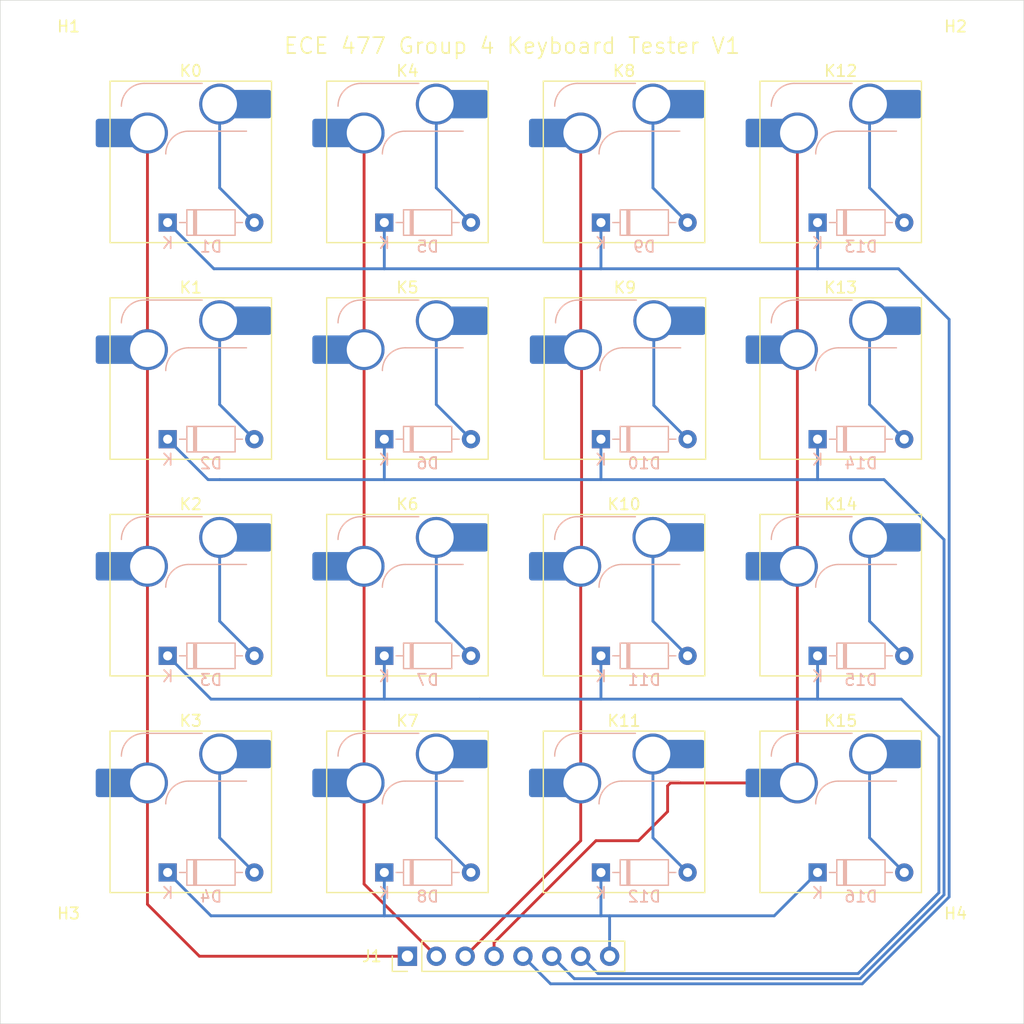
<source format=kicad_pcb>
(kicad_pcb (version 20211014) (generator pcbnew)
  (layers (0 "F.Cu" signal) (31 "B.Cu" signal) (34 "B.Paste" user) (35 "F.Paste" user) (36 "B.SilkS" user "B.Silkscreen") (37 "F.SilkS" user "F.Silkscreen") (38 "B.Mask" user) (39 "F.Mask" user) (44 "Edge.Cuts" user))
  (net 0 "")
  (net 1 "Net-(D1-Pad2)")
  (net 2 "/row0")
  (net 3 "Net-(D2-Pad2)")
  (net 4 "/row1")
  (net 5 "Net-(D3-Pad2)")
  (net 6 "/row2")
  (net 7 "Net-(D4-Pad2)")
  (net 8 "/row3")
  (net 9 "Net-(D5-Pad2)")
  (net 10 "Net-(D6-Pad2)")
  (net 11 "Net-(D7-Pad2)")
  (net 12 "Net-(D8-Pad2)")
  (net 13 "Net-(D9-Pad2)")
  (net 14 "Net-(D10-Pad2)")
  (net 15 "Net-(D11-Pad2)")
  (net 16 "Net-(D12-Pad2)")
  (net 17 "Net-(D13-Pad2)")
  (net 18 "Net-(D14-Pad2)")
  (net 19 "Net-(D15-Pad2)")
  (net 20 "Net-(D16-Pad2)")
  (net 21 "/col0")
  (net 22 "/col1")
  (net 23 "/col2")
  (net 24 "/col3")
  (footprint "6:SW_Hotswap_Kailh_MX_plated" (layer "F.Cu") (at 31.75 29.21)
    (fp_text reference "K0" (at 0 -8) (layer "F.SilkS"))
    (fp_text value "KEYSW")
    (pad "" np_thru_hole circle (at -5.08 0) (size 1.75 1.75) (drill 1.75) (layers *.Cu *.Mask))
    (pad "" np_thru_hole circle (at 5.08 0) (size 1.75 1.75) (drill 1.75) (layers *.Cu *.Mask))
    (pad "" np_thru_hole circle (at 0 0) (size 4 4) (drill 4) (layers *.Cu *.Mask))
    (pad "1" thru_hole circle (at -3.81 -2.54) (size 3.6 3.6) (drill 3.05) (layers *.Cu "B.Mask") (net 21 "/col0"))
    (pad "1" smd roundrect (at -6.585 -2.54) (size 3.55 2.5) (layers "B.Cu") (roundrect_rratio 0.1) (net 21 "/col0"))
    (pad "2" thru_hole circle (at 2.54 -5.08) (size 3.6 3.6) (drill 3.05) (layers *.Cu "B.Mask") (net 1 "Net-(D1-Pad2)"))
    (pad "2" smd roundrect (at 5.32 -5.08) (size 3.55 2.5) (layers "B.Cu") (roundrect_rratio 0.1) (net 1 "Net-(D1-Pad2)"))
  )
  (footprint "6:SW_Hotswap_Kailh_MX_plated" (layer "F.Cu") (at 31.75 48.26)
    (fp_text reference "K1" (at 0 -8) (layer "F.SilkS"))
    (fp_text value "KEYSW")
    (pad "" np_thru_hole circle (at 5.08 0) (size 1.75 1.75) (drill 1.75) (layers *.Cu *.Mask))
    (pad "" np_thru_hole circle (at 0 0) (size 4 4) (drill 4) (layers *.Cu *.Mask))
    (pad "" np_thru_hole circle (at -5.08 0) (size 1.75 1.75) (drill 1.75) (layers *.Cu *.Mask))
    (pad "1" thru_hole circle (at -3.81 -2.54) (size 3.6 3.6) (drill 3.05) (layers *.Cu "B.Mask") (net 21 "/col0"))
    (pad "1" smd roundrect (at -6.585 -2.54) (size 3.55 2.5) (layers "B.Cu") (roundrect_rratio 0.1) (net 21 "/col0"))
    (pad "2" smd roundrect (at 5.32 -5.08) (size 3.55 2.5) (layers "B.Cu") (roundrect_rratio 0.1) (net 3 "Net-(D2-Pad2)"))
    (pad "2" thru_hole circle (at 2.54 -5.08) (size 3.6 3.6) (drill 3.05) (layers *.Cu "B.Mask") (net 3 "Net-(D2-Pad2)"))
  )
  (footprint "6:SW_Hotswap_Kailh_MX_plated" (layer "F.Cu") (at 31.75 67.31)
    (fp_text reference "K2" (at 0 -8) (layer "F.SilkS"))
    (fp_text value "KEYSW")
    (pad "" np_thru_hole circle (at 5.08 0) (size 1.75 1.75) (drill 1.75) (layers *.Cu *.Mask))
    (pad "" np_thru_hole circle (at -5.08 0) (size 1.75 1.75) (drill 1.75) (layers *.Cu *.Mask))
    (pad "" np_thru_hole circle (at 0 0) (size 4 4) (drill 4) (layers *.Cu *.Mask))
    (pad "1" thru_hole circle (at -3.81 -2.54) (size 3.6 3.6) (drill 3.05) (layers *.Cu "B.Mask") (net 21 "/col0"))
    (pad "1" smd roundrect (at -6.585 -2.54) (size 3.55 2.5) (layers "B.Cu") (roundrect_rratio 0.1) (net 21 "/col0"))
    (pad "2" smd roundrect (at 5.32 -5.08) (size 3.55 2.5) (layers "B.Cu") (roundrect_rratio 0.1) (net 5 "Net-(D3-Pad2)"))
    (pad "2" thru_hole circle (at 2.54 -5.08) (size 3.6 3.6) (drill 3.05) (layers *.Cu "B.Mask") (net 5 "Net-(D3-Pad2)"))
  )
  (footprint "6:SW_Hotswap_Kailh_MX_plated" (layer "F.Cu") (at 31.75 86.36)
    (fp_text reference "K3" (at 0 -8) (layer "F.SilkS"))
    (fp_text value "KEYSW")
    (pad "" np_thru_hole circle (at 5.08 0) (size 1.75 1.75) (drill 1.75) (layers *.Cu *.Mask))
    (pad "" np_thru_hole circle (at -5.08 0) (size 1.75 1.75) (drill 1.75) (layers *.Cu *.Mask))
    (pad "" np_thru_hole circle (at 0 0) (size 4 4) (drill 4) (layers *.Cu *.Mask))
    (pad "1" smd roundrect (at -6.585 -2.54) (size 3.55 2.5) (layers "B.Cu") (roundrect_rratio 0.1) (net 21 "/col0"))
    (pad "1" thru_hole circle (at -3.81 -2.54) (size 3.6 3.6) (drill 3.05) (layers *.Cu "B.Mask") (net 21 "/col0"))
    (pad "2" smd roundrect (at 5.32 -5.08) (size 3.55 2.5) (layers "B.Cu") (roundrect_rratio 0.1) (net 7 "Net-(D4-Pad2)"))
    (pad "2" thru_hole circle (at 2.54 -5.08) (size 3.6 3.6) (drill 3.05) (layers *.Cu "B.Mask") (net 7 "Net-(D4-Pad2)"))
  )
  (footprint "6:SW_Hotswap_Kailh_MX_plated" (layer "F.Cu") (at 50.8 29.21)
    (fp_text reference "K4" (at 0 -8) (layer "F.SilkS"))
    (fp_text value "KEYSW")
    (pad "" np_thru_hole circle (at -5.08 0) (size 1.75 1.75) (drill 1.75) (layers *.Cu *.Mask))
    (pad "" np_thru_hole circle (at 0 0) (size 4 4) (drill 4) (layers *.Cu *.Mask))
    (pad "" np_thru_hole circle (at 5.08 0) (size 1.75 1.75) (drill 1.75) (layers *.Cu *.Mask))
    (pad "1" thru_hole circle (at -3.81 -2.54) (size 3.6 3.6) (drill 3.05) (layers *.Cu "B.Mask") (net 22 "/col1"))
    (pad "1" smd roundrect (at -6.585 -2.54) (size 3.55 2.5) (layers "B.Cu") (roundrect_rratio 0.1) (net 22 "/col1"))
    (pad "2" thru_hole circle (at 2.54 -5.08) (size 3.6 3.6) (drill 3.05) (layers *.Cu "B.Mask") (net 9 "Net-(D5-Pad2)"))
    (pad "2" smd roundrect (at 5.32 -5.08) (size 3.55 2.5) (layers "B.Cu") (roundrect_rratio 0.1) (net 9 "Net-(D5-Pad2)"))
  )
  (footprint "6:SW_Hotswap_Kailh_MX_plated" (layer "F.Cu") (at 50.8 48.26)
    (fp_text reference "K5" (at 0 -8) (layer "F.SilkS"))
    (fp_text value "KEYSW")
    (pad "" np_thru_hole circle (at -5.08 0) (size 1.75 1.75) (drill 1.75) (layers *.Cu *.Mask))
    (pad "" np_thru_hole circle (at 5.08 0) (size 1.75 1.75) (drill 1.75) (layers *.Cu *.Mask))
    (pad "" np_thru_hole circle (at 0 0) (size 4 4) (drill 4) (layers *.Cu *.Mask))
    (pad "1" thru_hole circle (at -3.81 -2.54) (size 3.6 3.6) (drill 3.05) (layers *.Cu "B.Mask") (net 22 "/col1"))
    (pad "1" smd roundrect (at -6.585 -2.54) (size 3.55 2.5) (layers "B.Cu") (roundrect_rratio 0.1) (net 22 "/col1"))
    (pad "2" thru_hole circle (at 2.54 -5.08) (size 3.6 3.6) (drill 3.05) (layers *.Cu "B.Mask") (net 10 "Net-(D6-Pad2)"))
    (pad "2" smd roundrect (at 5.32 -5.08) (size 3.55 2.5) (layers "B.Cu") (roundrect_rratio 0.1) (net 10 "Net-(D6-Pad2)"))
  )
  (footprint "6:SW_Hotswap_Kailh_MX_plated" (layer "F.Cu") (at 50.8 67.31)
    (fp_text reference "K6" (at 0 -8) (layer "F.SilkS"))
    (fp_text value "KEYSW")
    (pad "" np_thru_hole circle (at -5.08 0) (size 1.75 1.75) (drill 1.75) (layers *.Cu *.Mask))
    (pad "" np_thru_hole circle (at 0 0) (size 4 4) (drill 4) (layers *.Cu *.Mask))
    (pad "" np_thru_hole circle (at 5.08 0) (size 1.75 1.75) (drill 1.75) (layers *.Cu *.Mask))
    (pad "1" smd roundrect (at -6.585 -2.54) (size 3.55 2.5) (layers "B.Cu") (roundrect_rratio 0.1) (net 22 "/col1"))
    (pad "1" thru_hole circle (at -3.81 -2.54) (size 3.6 3.6) (drill 3.05) (layers *.Cu "B.Mask") (net 22 "/col1"))
    (pad "2" thru_hole circle (at 2.54 -5.08) (size 3.6 3.6) (drill 3.05) (layers *.Cu "B.Mask") (net 11 "Net-(D7-Pad2)"))
    (pad "2" smd roundrect (at 5.32 -5.08) (size 3.55 2.5) (layers "B.Cu") (roundrect_rratio 0.1) (net 11 "Net-(D7-Pad2)"))
  )
  (footprint "6:SW_Hotswap_Kailh_MX_plated" (layer "F.Cu") (at 50.8 86.36)
    (fp_text reference "K7" (at 0 -8) (layer "F.SilkS"))
    (fp_text value "KEYSW")
    (pad "" np_thru_hole circle (at 5.08 0) (size 1.75 1.75) (drill 1.75) (layers *.Cu *.Mask))
    (pad "" np_thru_hole circle (at -5.08 0) (size 1.75 1.75) (drill 1.75) (layers *.Cu *.Mask))
    (pad "" np_thru_hole circle (at 0 0) (size 4 4) (drill 4) (layers *.Cu *.Mask))
    (pad "1" thru_hole circle (at -3.81 -2.54) (size 3.6 3.6) (drill 3.05) (layers *.Cu "B.Mask") (net 22 "/col1"))
    (pad "1" smd roundrect (at -6.585 -2.54) (size 3.55 2.5) (layers "B.Cu") (roundrect_rratio 0.1) (net 22 "/col1"))
    (pad "2" smd roundrect (at 5.32 -5.08) (size 3.55 2.5) (layers "B.Cu") (roundrect_rratio 0.1) (net 12 "Net-(D8-Pad2)"))
    (pad "2" thru_hole circle (at 2.54 -5.08) (size 3.6 3.6) (drill 3.05) (layers *.Cu "B.Mask") (net 12 "Net-(D8-Pad2)"))
  )
  (footprint "6:SW_Hotswap_Kailh_MX_plated" (layer "F.Cu") (at 69.85 29.21)
    (fp_text reference "K8" (at 0 -8) (layer "F.SilkS"))
    (fp_text value "KEYSW")
    (pad "" np_thru_hole circle (at 5.08 0) (size 1.75 1.75) (drill 1.75) (layers *.Cu *.Mask))
    (pad "" np_thru_hole circle (at 0 0) (size 4 4) (drill 4) (layers *.Cu *.Mask))
    (pad "" np_thru_hole circle (at -5.08 0) (size 1.75 1.75) (drill 1.75) (layers *.Cu *.Mask))
    (pad "1" smd roundrect (at -6.585 -2.54) (size 3.55 2.5) (layers "B.Cu") (roundrect_rratio 0.1) (net 23 "/col2"))
    (pad "1" thru_hole circle (at -3.81 -2.54) (size 3.6 3.6) (drill 3.05) (layers *.Cu "B.Mask") (net 23 "/col2"))
    (pad "2" thru_hole circle (at 2.54 -5.08) (size 3.6 3.6) (drill 3.05) (layers *.Cu "B.Mask") (net 13 "Net-(D9-Pad2)"))
    (pad "2" smd roundrect (at 5.32 -5.08) (size 3.55 2.5) (layers "B.Cu") (roundrect_rratio 0.1) (net 13 "Net-(D9-Pad2)"))
  )
  (footprint "6:SW_Hotswap_Kailh_MX_plated" (layer "F.Cu") (at 69.925001 48.26)
    (fp_text reference "K9" (at 0 -8) (layer "F.SilkS"))
    (fp_text value "KEYSW")
    (pad "" np_thru_hole circle (at -5.08 0) (size 1.75 1.75) (drill 1.75) (layers *.Cu *.Mask))
    (pad "" np_thru_hole circle (at 0 0) (size 4 4) (drill 4) (layers *.Cu *.Mask))
    (pad "" np_thru_hole circle (at 5.08 0) (size 1.75 1.75) (drill 1.75) (layers *.Cu *.Mask))
    (pad "1" smd roundrect (at -6.585 -2.54) (size 3.55 2.5) (layers "B.Cu") (roundrect_rratio 0.1) (net 23 "/col2"))
    (pad "1" thru_hole circle (at -3.81 -2.54) (size 3.6 3.6) (drill 3.05) (layers *.Cu "B.Mask") (net 23 "/col2"))
    (pad "2" smd roundrect (at 5.32 -5.08) (size 3.55 2.5) (layers "B.Cu") (roundrect_rratio 0.1) (net 14 "Net-(D10-Pad2)"))
    (pad "2" thru_hole circle (at 2.54 -5.08) (size 3.6 3.6) (drill 3.05) (layers *.Cu "B.Mask") (net 14 "Net-(D10-Pad2)"))
  )
  (footprint "6:SW_Hotswap_Kailh_MX_plated" (layer "F.Cu") (at 69.85 67.31)
    (fp_text reference "K10" (at 0 -8) (layer "F.SilkS"))
    (fp_text value "KEYSW")
    (pad "" np_thru_hole circle (at 0 0) (size 4 4) (drill 4) (layers *.Cu *.Mask))
    (pad "" np_thru_hole circle (at -5.08 0) (size 1.75 1.75) (drill 1.75) (layers *.Cu *.Mask))
    (pad "" np_thru_hole circle (at 5.08 0) (size 1.75 1.75) (drill 1.75) (layers *.Cu *.Mask))
    (pad "1" thru_hole circle (at -3.81 -2.54) (size 3.6 3.6) (drill 3.05) (layers *.Cu "B.Mask") (net 23 "/col2"))
    (pad "1" smd roundrect (at -6.585 -2.54) (size 3.55 2.5) (layers "B.Cu") (roundrect_rratio 0.1) (net 23 "/col2"))
    (pad "2" smd roundrect (at 5.32 -5.08) (size 3.55 2.5) (layers "B.Cu") (roundrect_rratio 0.1) (net 15 "Net-(D11-Pad2)"))
    (pad "2" thru_hole circle (at 2.54 -5.08) (size 3.6 3.6) (drill 3.05) (layers *.Cu "B.Mask") (net 15 "Net-(D11-Pad2)"))
  )
  (footprint "6:SW_Hotswap_Kailh_MX_plated" (layer "F.Cu") (at 69.85 86.36)
    (fp_text reference "K11" (at 0 -8) (layer "F.SilkS"))
    (fp_text value "KEYSW")
    (pad "" np_thru_hole circle (at -5.08 0) (size 1.75 1.75) (drill 1.75) (layers *.Cu *.Mask))
    (pad "" np_thru_hole circle (at 0 0) (size 4 4) (drill 4) (layers *.Cu *.Mask))
    (pad "" np_thru_hole circle (at 5.08 0) (size 1.75 1.75) (drill 1.75) (layers *.Cu *.Mask))
    (pad "1" smd roundrect (at -6.585 -2.54) (size 3.55 2.5) (layers "B.Cu") (roundrect_rratio 0.1) (net 23 "/col2"))
    (pad "1" thru_hole circle (at -3.81 -2.54) (size 3.6 3.6) (drill 3.05) (layers *.Cu "B.Mask") (net 23 "/col2"))
    (pad "2" smd roundrect (at 5.32 -5.08) (size 3.55 2.5) (layers "B.Cu") (roundrect_rratio 0.1) (net 16 "Net-(D12-Pad2)"))
    (pad "2" thru_hole circle (at 2.54 -5.08) (size 3.6 3.6) (drill 3.05) (layers *.Cu "B.Mask") (net 16 "Net-(D12-Pad2)"))
  )
  (footprint "6:SW_Hotswap_Kailh_MX_plated" (layer "F.Cu") (at 88.9 29.21)
    (fp_text reference "K12" (at 0 -8) (layer "F.SilkS"))
    (fp_text value "KEYSW")
    (pad "" np_thru_hole circle (at 5.08 0) (size 1.75 1.75) (drill 1.75) (layers *.Cu *.Mask))
    (pad "" np_thru_hole circle (at 0 0) (size 4 4) (drill 4) (layers *.Cu *.Mask))
    (pad "" np_thru_hole circle (at -5.08 0) (size 1.75 1.75) (drill 1.75) (layers *.Cu *.Mask))
    (pad "1" smd roundrect (at -6.585 -2.54) (size 3.55 2.5) (layers "B.Cu") (roundrect_rratio 0.1) (net 24 "/col3"))
    (pad "1" thru_hole circle (at -3.81 -2.54) (size 3.6 3.6) (drill 3.05) (layers *.Cu "B.Mask") (net 24 "/col3"))
    (pad "2" smd roundrect (at 5.32 -5.08) (size 3.55 2.5) (layers "B.Cu") (roundrect_rratio 0.1) (net 17 "Net-(D13-Pad2)"))
    (pad "2" thru_hole circle (at 2.54 -5.08) (size 3.6 3.6) (drill 3.05) (layers *.Cu "B.Mask") (net 17 "Net-(D13-Pad2)"))
  )
  (footprint "6:SW_Hotswap_Kailh_MX_plated" (layer "F.Cu") (at 88.9 48.26)
    (fp_text reference "K13" (at 0 -8) (layer "F.SilkS"))
    (fp_text value "KEYSW")
    (pad "" np_thru_hole circle (at 0 0) (size 4 4) (drill 4) (layers *.Cu *.Mask))
    (pad "" np_thru_hole circle (at -5.08 0) (size 1.75 1.75) (drill 1.75) (layers *.Cu *.Mask))
    (pad "" np_thru_hole circle (at 5.08 0) (size 1.75 1.75) (drill 1.75) (layers *.Cu *.Mask))
    (pad "1" smd roundrect (at -6.585 -2.54) (size 3.55 2.5) (layers "B.Cu") (roundrect_rratio 0.1) (net 24 "/col3"))
    (pad "1" thru_hole circle (at -3.81 -2.54) (size 3.6 3.6) (drill 3.05) (layers *.Cu "B.Mask") (net 24 "/col3"))
    (pad "2" thru_hole circle (at 2.54 -5.08) (size 3.6 3.6) (drill 3.05) (layers *.Cu "B.Mask") (net 18 "Net-(D14-Pad2)"))
    (pad "2" smd roundrect (at 5.32 -5.08) (size 3.55 2.5) (layers "B.Cu") (roundrect_rratio 0.1) (net 18 "Net-(D14-Pad2)"))
  )
  (footprint "6:SW_Hotswap_Kailh_MX_plated" (layer "F.Cu") (at 88.9 67.31)
    (fp_text reference "K14" (at 0 -8) (layer "F.SilkS"))
    (fp_text value "KEYSW")
    (pad "" np_thru_hole circle (at -5.08 0) (size 1.75 1.75) (drill 1.75) (layers *.Cu *.Mask))
    (pad "" np_thru_hole circle (at 5.08 0) (size 1.75 1.75) (drill 1.75) (layers *.Cu *.Mask))
    (pad "" np_thru_hole circle (at 0 0) (size 4 4) (drill 4) (layers *.Cu *.Mask))
    (pad "1" thru_hole circle (at -3.81 -2.54) (size 3.6 3.6) (drill 3.05) (layers *.Cu "B.Mask") (net 24 "/col3"))
    (pad "1" smd roundrect (at -6.585 -2.54) (size 3.55 2.5) (layers "B.Cu") (roundrect_rratio 0.1) (net 24 "/col3"))
    (pad "2" thru_hole circle (at 2.54 -5.08) (size 3.6 3.6) (drill 3.05) (layers *.Cu "B.Mask") (net 19 "Net-(D15-Pad2)"))
    (pad "2" smd roundrect (at 5.32 -5.08) (size 3.55 2.5) (layers "B.Cu") (roundrect_rratio 0.1) (net 19 "Net-(D15-Pad2)"))
  )
  (footprint "6:SW_Hotswap_Kailh_MX_plated" (layer "F.Cu") (at 88.9 86.36)
    (fp_text reference "K15" (at 0 -8) (layer "F.SilkS"))
    (fp_text value "KEYSW")
    (pad "" np_thru_hole circle (at -5.08 0) (size 1.75 1.75) (drill 1.75) (layers *.Cu *.Mask))
    (pad "" np_thru_hole circle (at 0 0) (size 4 4) (drill 4) (layers *.Cu *.Mask))
    (pad "" np_thru_hole circle (at 5.08 0) (size 1.75 1.75) (drill 1.75) (layers *.Cu *.Mask))
    (pad "1" thru_hole circle (at -3.81 -2.54) (size 3.6 3.6) (drill 3.05) (layers *.Cu "B.Mask") (net 24 "/col3"))
    (pad "1" smd roundrect (at -6.585 -2.54) (size 3.55 2.5) (layers "B.Cu") (roundrect_rratio 0.1) (net 24 "/col3"))
    (pad "2" thru_hole circle (at 2.54 -5.08) (size 3.6 3.6) (drill 3.05) (layers *.Cu "B.Mask") (net 20 "Net-(D16-Pad2)"))
    (pad "2" smd roundrect (at 5.32 -5.08) (size 3.55 2.5) (layers "B.Cu") (roundrect_rratio 0.1) (net 20 "Net-(D16-Pad2)"))
  )
  (footprint "MountingHole:MountingHole_2.7mm" (layer "F.Cu") (at 21 99)
    (fp_text reference "H3" (at 0 -3.7) (layer "F.SilkS"))
    (fp_text value "MountingHole" hide)
    (pad "" np_thru_hole circle (at 0 0) (size 2.7 2.7) (drill 2.7) (layers *.Cu *.Mask))
  )
  (footprint "Connector_PinHeader_2.54mm:PinHeader_1x08_P2.54mm_Vertical" (layer "F.Cu") (at 50.8 99.06 90)
    (fp_text reference "J1" (at 0 -3.125 180) (layer "F.SilkS"))
    (fp_text value "Conn_01x08_Male" hide)
    (pad "1" thru_hole rect (at 0 0 90) (size 1.7 1.7) (drill 1) (layers *.Cu *.Mask) (net 21 "/col0"))
    (pad "2" thru_hole oval (at 0 2.54 90) (size 1.7 1.7) (drill 1) (layers *.Cu *.Mask) (net 22 "/col1"))
    (pad "3" thru_hole oval (at 0 5.08 90) (size 1.7 1.7) (drill 1) (layers *.Cu *.Mask) (net 23 "/col2"))
    (pad "4" thru_hole oval (at 0 7.62 90) (size 1.7 1.7) (drill 1) (layers *.Cu *.Mask) (net 24 "/col3"))
    (pad "5" thru_hole oval (at 0 10.16 90) (size 1.7 1.7) (drill 1) (layers *.Cu *.Mask) (net 2 "/row0"))
    (pad "6" thru_hole oval (at 0 12.7 90) (size 1.7 1.7) (drill 1) (layers *.Cu *.Mask) (net 4 "/row1"))
    (pad "7" thru_hole oval (at 0 15.24 90) (size 1.7 1.7) (drill 1) (layers *.Cu *.Mask) (net 6 "/row2"))
    (pad "8" thru_hole oval (at 0 17.78 90) (size 1.7 1.7) (drill 1) (layers *.Cu *.Mask) (net 8 "/row3"))
  )
  (footprint "MountingHole:MountingHole_2.7mm" (layer "F.Cu") (at 21 21)
    (fp_text reference "H1" (at 0 -3.7) (layer "F.SilkS"))
    (fp_text value "MountingHole" hide)
    (pad "" np_thru_hole circle (at 0 0) (size 2.7 2.7) (drill 2.7) (layers *.Cu *.Mask))
  )
  (footprint "MountingHole:MountingHole_2.7mm" (layer "F.Cu") (at 99 99)
    (fp_text reference "H4" (at 0 -3.7) (layer "F.SilkS"))
    (fp_text value "MountingHole" hide)
    (pad "" np_thru_hole circle (at 0 0) (size 2.7 2.7) (drill 2.7) (layers *.Cu *.Mask))
  )
  (footprint "MountingHole:MountingHole_2.7mm" (layer "F.Cu") (at 99 21)
    (fp_text reference "H2" (at 0 -3.7) (layer "F.SilkS"))
    (fp_text value "MountingHole" hide)
    (pad "" np_thru_hole circle (at 0 0) (size 2.7 2.7) (drill 2.7) (layers *.Cu *.Mask))
  )
  (footprint "Diode_THT:D_DO-35_SOD27_P7.62mm_Horizontal" (layer "B.Cu") (at 29.718 34.544)
    (fp_text reference "D1" (at 3.81 2.12 180) (layer "B.SilkS") (effects (justify mirror)))
    (fp_text value "D")
    (fp_text user "K" (at 0 1.8 180) (layer "B.SilkS") (effects (justify mirror)))
    (pad "1" thru_hole rect (at 0 0) (size 1.6 1.6) (drill 0.8) (layers *.Cu *.Mask) (net 2 "/row0"))
    (pad "2" thru_hole oval (at 7.62 0) (size 1.6 1.6) (drill 0.8) (layers *.Cu *.Mask) (net 1 "Net-(D1-Pad2)"))
  )
  (footprint "Diode_THT:D_DO-35_SOD27_P7.62mm_Horizontal" (layer "B.Cu") (at 29.718 53.594)
    (fp_text reference "D2" (at 3.81 2.12 180) (layer "B.SilkS") (effects (justify mirror)))
    (fp_text value "D")
    (fp_text user "K" (at 0 1.8 180) (layer "B.SilkS") (effects (justify mirror)))
    (pad "1" thru_hole rect (at 0 0) (size 1.6 1.6) (drill 0.8) (layers *.Cu *.Mask) (net 4 "/row1"))
    (pad "2" thru_hole oval (at 7.62 0) (size 1.6 1.6) (drill 0.8) (layers *.Cu *.Mask) (net 3 "Net-(D2-Pad2)"))
  )
  (footprint "Diode_THT:D_DO-35_SOD27_P7.62mm_Horizontal" (layer "B.Cu") (at 29.718 72.644)
    (fp_text reference "D3" (at 3.81 2.12 180) (layer "B.SilkS") (effects (justify mirror)))
    (fp_text value "D")
    (fp_text user "K" (at 0 1.8 180) (layer "B.SilkS") (effects (justify mirror)))
    (pad "1" thru_hole rect (at 0 0) (size 1.6 1.6) (drill 0.8) (layers *.Cu *.Mask) (net 6 "/row2"))
    (pad "2" thru_hole oval (at 7.62 0) (size 1.6 1.6) (drill 0.8) (layers *.Cu *.Mask) (net 5 "Net-(D3-Pad2)"))
  )
  (footprint "Diode_THT:D_DO-35_SOD27_P7.62mm_Horizontal" (layer "B.Cu") (at 29.718 91.694)
    (fp_text reference "D4" (at 3.81 2.12 180) (layer "B.SilkS") (effects (justify mirror)))
    (fp_text value "D")
    (fp_text user "K" (at 0 1.8 180) (layer "B.SilkS") (effects (justify mirror)))
    (pad "1" thru_hole rect (at 0 0) (size 1.6 1.6) (drill 0.8) (layers *.Cu *.Mask) (net 8 "/row3"))
    (pad "2" thru_hole oval (at 7.62 0) (size 1.6 1.6) (drill 0.8) (layers *.Cu *.Mask) (net 7 "Net-(D4-Pad2)"))
  )
  (footprint "Diode_THT:D_DO-35_SOD27_P7.62mm_Horizontal" (layer "B.Cu") (at 48.768 34.544)
    (fp_text reference "D5" (at 3.81 2.12 180) (layer "B.SilkS") (effects (justify mirror)))
    (fp_text value "D")
    (fp_text user "K" (at 0 1.8 180) (layer "B.SilkS") (effects (justify mirror)))
    (pad "1" thru_hole rect (at 0 0) (size 1.6 1.6) (drill 0.8) (layers *.Cu *.Mask) (net 2 "/row0"))
    (pad "2" thru_hole oval (at 7.62 0) (size 1.6 1.6) (drill 0.8) (layers *.Cu *.Mask) (net 9 "Net-(D5-Pad2)"))
  )
  (footprint "Diode_THT:D_DO-35_SOD27_P7.62mm_Horizontal" (layer "B.Cu") (at 48.768 53.594)
    (fp_text reference "D6" (at 3.81 2.12 180) (layer "B.SilkS") (effects (justify mirror)))
    (fp_text value "D")
    (fp_text user "K" (at 0 1.8 180) (layer "B.SilkS") (effects (justify mirror)))
    (pad "1" thru_hole rect (at 0 0) (size 1.6 1.6) (drill 0.8) (layers *.Cu *.Mask) (net 4 "/row1"))
    (pad "2" thru_hole oval (at 7.62 0) (size 1.6 1.6) (drill 0.8) (layers *.Cu *.Mask) (net 10 "Net-(D6-Pad2)"))
  )
  (footprint "Diode_THT:D_DO-35_SOD27_P7.62mm_Horizontal" (layer "B.Cu") (at 48.768 72.644)
    (fp_text reference "D7" (at 3.81 2.12 180) (layer "B.SilkS") (effects (justify mirror)))
    (fp_text value "D")
    (fp_text user "K" (at 0 1.8 180) (layer "B.SilkS") (effects (justify mirror)))
    (pad "1" thru_hole rect (at 0 0) (size 1.6 1.6) (drill 0.8) (layers *.Cu *.Mask) (net 6 "/row2"))
    (pad "2" thru_hole oval (at 7.62 0) (size 1.6 1.6) (drill 0.8) (layers *.Cu *.Mask) (net 11 "Net-(D7-Pad2)"))
  )
  (footprint "Diode_THT:D_DO-35_SOD27_P7.62mm_Horizontal" (layer "B.Cu") (at 48.768 91.694)
    (fp_text reference "D8" (at 3.81 2.12 180) (layer "B.SilkS") (effects (justify mirror)))
    (fp_text value "D")
    (fp_text user "K" (at 0 1.8 180) (layer "B.SilkS") (effects (justify mirror)))
    (pad "1" thru_hole rect (at 0 0) (size 1.6 1.6) (drill 0.8) (layers *.Cu *.Mask) (net 8 "/row3"))
    (pad "2" thru_hole oval (at 7.62 0) (size 1.6 1.6) (drill 0.8) (layers *.Cu *.Mask) (net 12 "Net-(D8-Pad2)"))
  )
  (footprint "Diode_THT:D_DO-35_SOD27_P7.62mm_Horizontal" (layer "B.Cu") (at 67.818 34.544)
    (fp_text reference "D9" (at 3.81 2.12 180) (layer "B.SilkS") (effects (justify mirror)))
    (fp_text value "D")
    (fp_text user "K" (at 0 1.8 180) (layer "B.SilkS") (effects (justify mirror)))
    (pad "1" thru_hole rect (at 0 0) (size 1.6 1.6) (drill 0.8) (layers *.Cu *.Mask) (net 2 "/row0"))
    (pad "2" thru_hole oval (at 7.62 0) (size 1.6 1.6) (drill 0.8) (layers *.Cu *.Mask) (net 13 "Net-(D9-Pad2)"))
  )
  (footprint "Diode_THT:D_DO-35_SOD27_P7.62mm_Horizontal" (layer "B.Cu") (at 67.818 53.594)
    (fp_text reference "D10" (at 3.81 2.12 180) (layer "B.SilkS") (effects (justify mirror)))
    (fp_text value "D")
    (fp_text user "K" (at 0 1.8 180) (layer "B.SilkS") (effects (justify mirror)))
    (pad "1" thru_hole rect (at 0 0) (size 1.6 1.6) (drill 0.8) (layers *.Cu *.Mask) (net 4 "/row1"))
    (pad "2" thru_hole oval (at 7.62 0) (size 1.6 1.6) (drill 0.8) (layers *.Cu *.Mask) (net 14 "Net-(D10-Pad2)"))
  )
  (footprint "Diode_THT:D_DO-35_SOD27_P7.62mm_Horizontal" (layer "B.Cu") (at 67.818 72.644)
    (fp_text reference "D11" (at 3.81 2.12 180) (layer "B.SilkS") (effects (justify mirror)))
    (fp_text value "D")
    (fp_text user "K" (at 0 1.8 180) (layer "B.SilkS") (effects (justify mirror)))
    (pad "1" thru_hole rect (at 0 0) (size 1.6 1.6) (drill 0.8) (layers *.Cu *.Mask) (net 6 "/row2"))
    (pad "2" thru_hole oval (at 7.62 0) (size 1.6 1.6) (drill 0.8) (layers *.Cu *.Mask) (net 15 "Net-(D11-Pad2)"))
  )
  (footprint "Diode_THT:D_DO-35_SOD27_P7.62mm_Horizontal" (layer "B.Cu") (at 67.818 91.694)
    (fp_text reference "D12" (at 3.81 2.12 180) (layer "B.SilkS") (effects (justify mirror)))
    (fp_text value "D")
    (fp_text user "K" (at 0 1.8 180) (layer "B.SilkS") (effects (justify mirror)))
    (pad "1" thru_hole rect (at 0 0) (size 1.6 1.6) (drill 0.8) (layers *.Cu *.Mask) (net 8 "/row3"))
    (pad "2" thru_hole oval (at 7.62 0) (size 1.6 1.6) (drill 0.8) (layers *.Cu *.Mask) (net 16 "Net-(D12-Pad2)"))
  )
  (footprint "Diode_THT:D_DO-35_SOD27_P7.62mm_Horizontal" (layer "B.Cu") (at 86.868 34.544)
    (fp_text reference "D13" (at 3.81 2.12 180) (layer "B.SilkS") (effects (justify mirror)))
    (fp_text value "D")
    (fp_text user "K" (at 0 1.8 180) (layer "B.SilkS") (effects (justify mirror)))
    (pad "1" thru_hole rect (at 0 0) (size 1.6 1.6) (drill 0.8) (layers *.Cu *.Mask) (net 2 "/row0"))
    (pad "2" thru_hole oval (at 7.62 0) (size 1.6 1.6) (drill 0.8) (layers *.Cu *.Mask) (net 17 "Net-(D13-Pad2)"))
  )
  (footprint "Diode_THT:D_DO-35_SOD27_P7.62mm_Horizontal" (layer "B.Cu") (at 86.868 53.594)
    (fp_text reference "D14" (at 3.81 2.12 180) (layer "B.SilkS") (effects (justify mirror)))
    (fp_text value "D")
    (fp_text user "K" (at 0 1.8 180) (layer "B.SilkS") (effects (justify mirror)))
    (pad "1" thru_hole rect (at 0 0) (size 1.6 1.6) (drill 0.8) (layers *.Cu *.Mask) (net 4 "/row1"))
    (pad "2" thru_hole oval (at 7.62 0) (size 1.6 1.6) (drill 0.8) (layers *.Cu *.Mask) (net 18 "Net-(D14-Pad2)"))
  )
  (footprint "Diode_THT:D_DO-35_SOD27_P7.62mm_Horizontal" (layer "B.Cu") (at 86.868 72.644)
    (fp_text reference "D15" (at 3.81 2.12 180) (layer "B.SilkS") (effects (justify mirror)))
    (fp_text value "D")
    (fp_text user "K" (at 0 1.8 180) (layer "B.SilkS") (effects (justify mirror)))
    (pad "1" thru_hole rect (at 0 0) (size 1.6 1.6) (drill 0.8) (layers *.Cu *.Mask) (net 6 "/row2"))
    (pad "2" thru_hole oval (at 7.62 0) (size 1.6 1.6) (drill 0.8) (layers *.Cu *.Mask) (net 19 "Net-(D15-Pad2)"))
  )
  (footprint "Diode_THT:D_DO-35_SOD27_P7.62mm_Horizontal" (layer "B.Cu") (at 86.868 91.694)
    (fp_text reference "D16" (at 3.81 2.12 180) (layer "B.SilkS") (effects (justify mirror)))
    (fp_text value "D")
    (fp_text user "K" (at 0 1.8 180) (layer "B.SilkS") (effects (justify mirror)))
    (pad "1" thru_hole rect (at 0 0) (size 1.6 1.6) (drill 0.8) (layers *.Cu *.Mask) (net 8 "/row3"))
    (pad "2" thru_hole oval (at 7.62 0) (size 1.6 1.6) (drill 0.8) (layers *.Cu *.Mask) (net 20 "Net-(D16-Pad2)"))
  )
  (gr_line (start 20 105) (end 15 105) (layer "Edge.Cuts") (width 0.05))
  (gr_line (start 105 15) (end 105 105) (layer "Edge.Cuts") (width 0.05))
  (gr_line (start 15 15) (end 105 15) (layer "Edge.Cuts") (width 0.05))
  (gr_line (start 105 105) (end 20 105) (layer "Edge.Cuts") (width 0.05))
  (gr_line (start 15 105) (end 15 15) (layer "Edge.Cuts") (width 0.05))
  (gr_text "ECE 477 Group 4 Keyboard Tester V1" (at 60 19) (layer "F.SilkS") (effects (font (size 1.4 1.4))))
  (segment (start 37.338 34.544) (end 34.29 31.496) (width 0.25) (layer "B.Cu") (net 1))
  (segment (start 34.29 31.496) (end 34.29 24.13) (width 0.25) (layer "B.Cu") (net 1))
  (segment (start 67.818 34.544) (end 67.818 38.608) (width 0.25) (layer "B.Cu") (net 2))
  (segment (start 33.782 38.608) (end 48.768 38.608) (width 0.25) (layer "B.Cu") (net 2))
  (segment (start 60.96 99.06) (end 63.384 101.484) (width 0.25) (layer "B.Cu") (net 2))
  (segment (start 90.796792 101.484) (end 98.436 93.844792) (width 0.25) (layer "B.Cu") (net 2))
  (segment (start 67.818 38.608) (end 86.868 38.608) (width 0.25) (layer "B.Cu") (net 2))
  (segment (start 29.718 34.544) (end 33.782 38.608) (width 0.25) (layer "B.Cu") (net 2))
  (segment (start 63.384 101.484) (end 90.796792 101.484) (width 0.25) (layer "B.Cu") (net 2))
  (segment (start 86.868 34.544) (end 86.868 38.608) (width 0.25) (layer "B.Cu") (net 2))
  (segment (start 98.436 93.844792) (end 98.436 43.064) (width 0.25) (layer "B.Cu") (net 2))
  (segment (start 48.768 34.544) (end 48.768 38.608) (width 0.25) (layer "B.Cu") (net 2))
  (segment (start 93.98 38.608) (end 86.868 38.608) (width 0.25) (layer "B.Cu") (net 2))
  (segment (start 48.768 38.608) (end 67.818 38.608) (width 0.25) (layer "B.Cu") (net 2))
  (segment (start 98.436 43.064) (end 93.98 38.608) (width 0.25) (layer "B.Cu") (net 2))
  (segment (start 34.29 50.546) (end 37.338 53.594) (width 0.25) (layer "B.Cu") (net 3))
  (segment (start 34.29 43.18) (end 34.29 50.546) (width 0.25) (layer "B.Cu") (net 3))
  (segment (start 97.986 62.426) (end 92.71 57.15) (width 0.25) (layer "B.Cu") (net 4))
  (segment (start 48.768 53.594) (end 48.768 57.15) (width 0.25) (layer "B.Cu") (net 4))
  (segment (start 97.986 93.658396) (end 97.986 62.426) (width 0.25) (layer "B.Cu") (net 4))
  (segment (start 92.71 57.15) (end 86.868 57.15) (width 0.25) (layer "B.Cu") (net 4))
  (segment (start 65.474 101.034) (end 90.610396 101.034) (width 0.25) (layer "B.Cu") (net 4))
  (segment (start 34.29 57.15) (end 48.768 57.15) (width 0.25) (layer "B.Cu") (net 4))
  (segment (start 67.818 53.594) (end 67.818 57.15) (width 0.25) (layer "B.Cu") (net 4))
  (segment (start 67.818 57.15) (end 86.868 57.15) (width 0.25) (layer "B.Cu") (net 4))
  (segment (start 48.768 57.15) (end 67.818 57.15) (width 0.25) (layer "B.Cu") (net 4))
  (segment (start 86.868 53.594) (end 86.868 57.15) (width 0.25) (layer "B.Cu") (net 4))
  (segment (start 29.718 53.594) (end 33.274 57.15) (width 0.25) (layer "B.Cu") (net 4))
  (segment (start 90.610396 101.034) (end 97.986 93.658396) (width 0.25) (layer "B.Cu") (net 4))
  (segment (start 63.5 99.06) (end 65.474 101.034) (width 0.25) (layer "B.Cu") (net 4))
  (segment (start 33.274 57.15) (end 34.29 57.15) (width 0.25) (layer "B.Cu") (net 4))
  (segment (start 37.338 72.644) (end 34.29 69.596) (width 0.25) (layer "B.Cu") (net 5))
  (segment (start 34.29 69.596) (end 34.29 62.23) (width 0.25) (layer "B.Cu") (net 5))
  (segment (start 67.564 100.584) (end 90.424 100.584) (width 0.25) (layer "B.Cu") (net 6))
  (segment (start 48.768 72.644) (end 48.768 76.454) (width 0.25) (layer "B.Cu") (net 6))
  (segment (start 86.868 76.454) (end 94.234 76.454) (width 0.25) (layer "B.Cu") (net 6))
  (segment (start 86.868 72.644) (end 86.868 76.454) (width 0.25) (layer "B.Cu") (net 6))
  (segment (start 29.718 72.644) (end 33.528 76.454) (width 0.25) (layer "B.Cu") (net 6))
  (segment (start 33.528 76.454) (end 48.768 76.454) (width 0.25) (layer "B.Cu") (net 6))
  (segment (start 97.536 93.472) (end 97.536 79.756) (width 0.25) (layer "B.Cu") (net 6))
  (segment (start 66.04 99.06) (end 67.564 100.584) (width 0.25) (layer "B.Cu") (net 6))
  (segment (start 48.768 76.454) (end 57.15 76.454) (width 0.25) (layer "B.Cu") (net 6))
  (segment (start 67.818 72.644) (end 67.818 76.454) (width 0.25) (layer "B.Cu") (net 6))
  (segment (start 97.536 79.756) (end 94.234 76.454) (width 0.25) (layer "B.Cu") (net 6))
  (segment (start 67.818 76.454) (end 86.868 76.454) (width 0.25) (layer "B.Cu") (net 6))
  (segment (start 90.424 100.584) (end 97.536 93.472) (width 0.25) (layer "B.Cu") (net 6))
  (segment (start 57.15 76.454) (end 67.818 76.454) (width 0.25) (layer "B.Cu") (net 6))
  (segment (start 34.29 81.28) (end 34.29 88.646) (width 0.25) (layer "B.Cu") (net 7))
  (segment (start 34.29 88.646) (end 37.338 91.694) (width 0.25) (layer "B.Cu") (net 7))
  (segment (start 86.868 91.694) (end 83.058 95.504) (width 0.25) (layer "B.Cu") (net 8))
  (segment (start 67.818 95.504) (end 48.768 95.504) (width 0.25) (layer "B.Cu") (net 8))
  (segment (start 48.768 95.504) (end 33.528 95.504) (width 0.25) (layer "B.Cu") (net 8))
  (segment (start 48.768 91.694) (end 48.768 95.504) (width 0.25) (layer "B.Cu") (net 8))
  (segment (start 67.818 91.694) (end 67.818 95.504) (width 0.25) (layer "B.Cu") (net 8))
  (segment (start 68.58 95.504) (end 67.818 95.504) (width 0.25) (layer "B.Cu") (net 8))
  (segment (start 68.58 99.06) (end 68.58 95.504) (width 0.25) (layer "B.Cu") (net 8))
  (segment (start 83.058 95.504) (end 68.58 95.504) (width 0.25) (layer "B.Cu") (net 8))
  (segment (start 33.528 95.504) (end 29.718 91.694) (width 0.25) (layer "B.Cu") (net 8))
  (segment (start 53.34 31.496) (end 53.34 24.13) (width 0.25) (layer "B.Cu") (net 9))
  (segment (start 56.388 34.544) (end 53.34 31.496) (width 0.25) (layer "B.Cu") (net 9))
  (segment (start 53.34 50.546) (end 56.388 53.594) (width 0.25) (layer "B.Cu") (net 10))
  (segment (start 53.34 43.18) (end 53.34 50.546) (width 0.25) (layer "B.Cu") (net 10))
  (segment (start 53.34 62.23) (end 53.34 69.596) (width 0.25) (layer "B.Cu") (net 11))
  (segment (start 53.34 69.596) (end 56.388 72.644) (width 0.25) (layer "B.Cu") (net 11))
  (segment (start 53.34 81.28) (end 53.34 88.646) (width 0.25) (layer "B.Cu") (net 12))
  (segment (start 53.34 88.646) (end 56.388 91.694) (width 0.25) (layer "B.Cu") (net 12))
  (segment (start 75.438 34.544) (end 72.39 31.496) (width 0.25) (layer "B.Cu") (net 13))
  (segment (start 72.39 31.496) (end 72.39 24.13) (width 0.25) (layer "B.Cu") (net 13))
  (segment (start 72.465001 43.18) (end 72.465001 50.621001) (width 0.25) (layer "B.Cu") (net 14))
  (segment (start 72.465001 50.621001) (end 75.438 53.594) (width 0.25) (layer "B.Cu") (net 14))
  (segment (start 72.39 62.23) (end 72.39 69.596) (width 0.25) (layer "B.Cu") (net 15))
  (segment (start 72.39 69.596) (end 75.438 72.644) (width 0.25) (layer "B.Cu") (net 15))
  (segment (start 72.39 88.646) (end 75.438 91.694) (width 0.25) (layer "B.Cu") (net 16))
  (segment (start 72.39 81.28) (end 72.39 88.646) (width 0.25) (layer "B.Cu") (net 16))
  (segment (start 91.44 31.496) (end 91.44 24.13) (width 0.25) (layer "B.Cu") (net 17))
  (segment (start 94.488 34.544) (end 91.44 31.496) (width 0.25) (layer "B.Cu") (net 17))
  (segment (start 91.44 43.18) (end 91.44 50.546) (width 0.25) (layer "B.Cu") (net 18))
  (segment (start 91.44 50.546) (end 94.488 53.594) (width 0.25) (layer "B.Cu") (net 18))
  (segment (start 91.44 62.23) (end 91.44 69.596) (width 0.25) (layer "B.Cu") (net 19))
  (segment (start 91.44 69.596) (end 94.488 72.644) (width 0.25) (layer "B.Cu") (net 19))
  (segment (start 91.44 88.646) (end 94.488 91.694) (width 0.25) (layer "B.Cu") (net 20))
  (segment (start 91.44 81.28) (end 91.44 88.646) (width 0.25) (layer "B.Cu") (net 20))
  (segment (start 50.8 99.06) (end 32.512 99.06) (width 0.25) (layer "F.Cu") (net 21))
  (segment (start 27.94 94.488) (end 27.94 83.82) (width 0.25) (layer "F.Cu") (net 21))
  (segment (start 32.512 99.06) (end 27.94 94.488) (width 0.25) (layer "F.Cu") (net 21))
  (segment (start 27.94 64.77) (end 27.94 83.82) (width 0.25) (layer "F.Cu") (net 21))
  (segment (start 27.94 45.72) (end 27.94 64.77) (width 0.25) (layer "F.Cu") (net 21))
  (segment (start 27.94 26.67) (end 27.94 45.72) (width 0.25) (layer "F.Cu") (net 21))
  (segment (start 46.99 92.71) (end 53.34 99.06) (width 0.25) (layer "F.Cu") (net 22))
  (segment (start 46.99 45.72) (end 46.99 64.77) (width 0.25) (layer "F.Cu") (net 22))
  (segment (start 46.99 83.82) (end 46.99 92.71) (width 0.25) (layer "F.Cu") (net 22))
  (segment (start 46.99 64.77) (end 46.99 83.82) (width 0.25) (layer "F.Cu") (net 22))
  (segment (start 46.99 26.67) (end 46.99 45.72) (width 0.25) (layer "F.Cu") (net 22))
  (segment (start 66.115001 45.72) (end 66.115001 64.694999) (width 0.25) (layer "F.Cu") (net 23))
  (segment (start 66.04 26.67) (end 66.04 45.644999) (width 0.25) (layer "F.Cu") (net 23))
  (segment (start 66.115001 64.694999) (end 66.04 64.77) (width 0.25) (layer "F.Cu") (net 23))
  (segment (start 66.04 83.82) (end 66.04 88.9) (width 0.25) (layer "F.Cu") (net 23))
  (segment (start 66.04 45.644999) (end 66.115001 45.72) (width 0.25) (layer "F.Cu") (net 23))
  (segment (start 66.04 88.9) (end 55.88 99.06) (width 0.25) (layer "F.Cu") (net 23))
  (segment (start 66.04 64.77) (end 66.04 83.82) (width 0.25) (layer "F.Cu") (net 23))
  (segment (start 73.679999 86.340001) (end 71.12 88.9) (width 0.25) (layer "F.Cu") (net 24))
  (segment (start 85.09 64.77) (end 85.09 83.82) (width 0.25) (layer "F.Cu") (net 24))
  (segment (start 73.679999 84.074465) (end 73.679999 86.340001) (width 0.25) (layer "F.Cu") (net 24))
  (segment (start 73.934464 83.82) (end 73.679999 84.074465) (width 0.25) (layer "F.Cu") (net 24))
  (segment (start 85.09 45.72) (end 85.09 64.77) (width 0.25) (layer "F.Cu") (net 24))
  (segment (start 85.09 83.82) (end 73.934464 83.82) (width 0.25) (layer "F.Cu") (net 24))
  (segment (start 71.12 88.9) (end 67.377919 88.9) (width 0.25) (layer "F.Cu") (net 24))
  (segment (start 58.42 97.857919) (end 58.42 99.06) (width 0.25) (layer "F.Cu") (net 24))
  (segment (start 67.377919 88.9) (end 58.42 97.857919) (width 0.25) (layer "F.Cu") (net 24))
  (segment (start 85.09 26.67) (end 85.09 45.72) (width 0.25) (layer "F.Cu") (net 24))
)
</source>
